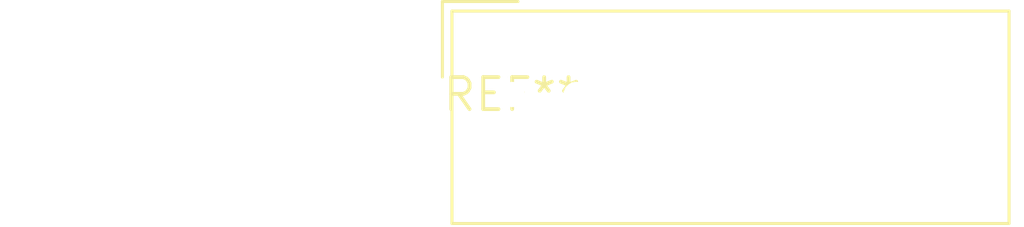
<source format=kicad_pcb>
(kicad_pcb (version 20240108) (generator pcbnew)
  (layers (0 "F.Cu" signal) (31 "B.Cu" signal) (34 "B.Paste" user) (35 "F.Paste" user) (36 "B.SilkS" user "B.Silkscreen") (37 "F.SilkS" user "F.Silkscreen") (38 "B.Mask" user) (39 "F.Mask" user) (44 "Edge.Cuts" user))
  (net 0 "")
  (footprint "Converter_DCDC_Murata_NCS1SxxxxSC_THT" (layer "F.Cu") (at 0 0)
    (property "Reference" "REF**")
    (property "Value" "Converter_DCDC_Murata_NCS1SxxxxSC_THT")
    (fp_line (start -2.77 -3.69) (end 0.23 -3.69) (layer "F.SilkS") (stroke (width 0.12)))
    (fp_line (start -2.77 -0.69) (end -2.77 -3.69) (layer "F.SilkS") (stroke (width 0.12)))
    (fp_line (start -2.39 -3.31) (end -2.39 5.12) (layer "F.SilkS") (stroke (width 0.12)))
    (fp_line (start -2.39 -3.31) (end 19.72 -3.31) (layer "F.SilkS") (stroke (width 0.12)))
    (fp_line (start -2.39 5.12) (end 19.72 5.12) (layer "F.SilkS") (stroke (width 0.12)))
    (fp_line (start 19.72 -3.31) (end 19.72 5.12) (layer "F.SilkS") (stroke (width 0.12)))
    (fp_text user "" (at -3 0 0) (layer "F.SilkS"))
    (pad "1" thru_hole rect (at 0 0) (size 1.7 2) (drill 1) (layers *.Cu *.Mask) (remove_unused_layers))
    (pad "2" thru_hole oval (at 2.54 0) (size 1.7 2) (drill 1) (layers *.Cu *.Mask) (remove_unused_layers))
    (pad "3" thru_hole oval (at 5.12 0) (size 1.7 2) (drill 1) (layers *.Cu *.Mask) (remove_unused_layers))
    (pad "6" thru_hole oval (at 12.7 0) (size 1.7 2) (drill 1) (layers *.Cu *.Mask) (remove_unused_layers))
    (pad "7" thru_hole oval (at 15.24 0) (size 1.7 2) (drill 1) (layers *.Cu *.Mask) (remove_unused_layers))
  )
)
</source>
